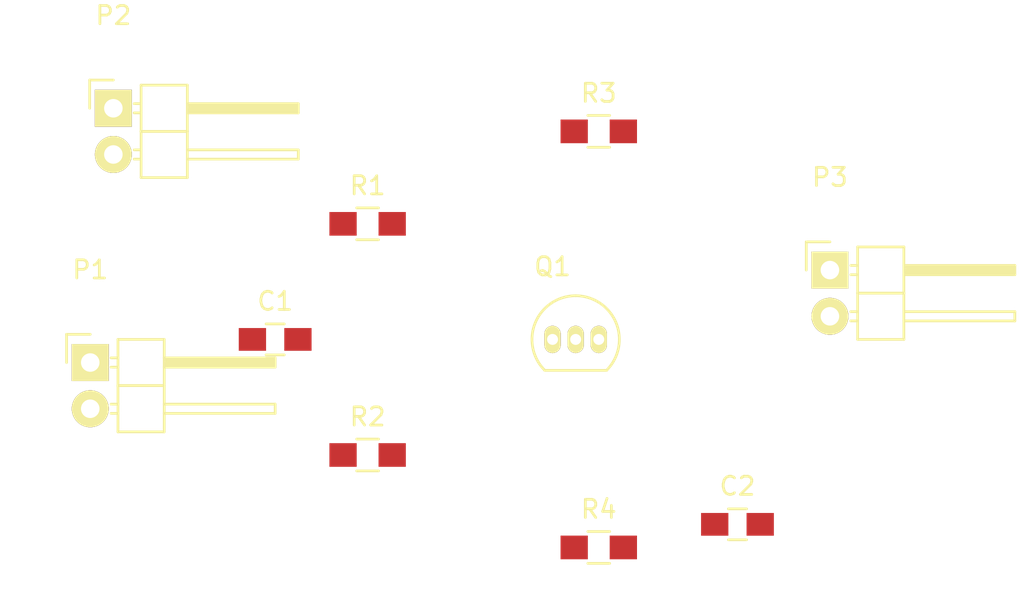
<source format=kicad_pcb>
(kicad_pcb (version 4) (host pcbnew "(2014-jul-16 BZR unknown)-product")

  (general
    (links 0)
    (no_connects 7)
    (area 0 0 0 0)
    (thickness 1.6)
    (drawings 0)
    (tracks 0)
    (zones 0)
    (modules 10)
    (nets 7)
  )

  (page A4)
  (layers
    (0 F.Cu signal)
    (31 B.Cu signal)
    (32 B.Adhes user)
    (33 F.Adhes user)
    (34 B.Paste user)
    (35 F.Paste user)
    (36 B.SilkS user)
    (37 F.SilkS user)
    (38 B.Mask user)
    (39 F.Mask user)
    (40 Dwgs.User user)
    (41 Cmts.User user)
    (42 Eco1.User user)
    (43 Eco2.User user)
    (44 Edge.Cuts user)
    (45 Margin user)
    (46 B.CrtYd user)
    (47 F.CrtYd user)
    (48 B.Fab user)
    (49 F.Fab user)
  )

  (setup
    (last_trace_width 0.254)
    (trace_clearance 0.254)
    (zone_clearance 0.508)
    (zone_45_only no)
    (trace_min 0.254)
    (segment_width 0.2)
    (edge_width 0.15)
    (via_size 0.889)
    (via_drill 0.635)
    (via_min_size 0.889)
    (via_min_drill 0.508)
    (uvia_size 0.508)
    (uvia_drill 0.127)
    (uvias_allowed no)
    (uvia_min_size 0.508)
    (uvia_min_drill 0.127)
    (pcb_text_width 0.3)
    (pcb_text_size 1 1)
    (mod_edge_width 0.15)
    (mod_text_size 1 1)
    (mod_text_width 0.15)
    (pad_size 1 1)
    (pad_drill 0.6)
    (pad_to_mask_clearance 0)
    (aux_axis_origin 0 0)
    (visible_elements 7FFFFFFF)
    (pcbplotparams
      (layerselection 0x00030_80000001)
      (usegerberextensions false)
      (excludeedgelayer true)
      (linewidth 0.100000)
      (plotframeref false)
      (viasonmask false)
      (mode 1)
      (useauxorigin false)
      (hpglpennumber 1)
      (hpglpenspeed 20)
      (hpglpendiameter 15)
      (hpglpenoverlay 2)
      (psnegative false)
      (psa4output false)
      (plotreference true)
      (plotvalue true)
      (plotinvisibletext false)
      (padsonsilk false)
      (subtractmaskfromsilk false)
      (outputformat 1)
      (mirror false)
      (drillshape 1)
      (scaleselection 1)
      (outputdirectory ""))
  )

  (net 0 "")
  (net 1 "Net-(C1-Pad1)")
  (net 2 "Net-(C1-Pad2)")
  (net 3 "Net-(C2-Pad1)")
  (net 4 GND)
  (net 5 +5V)
  (net 6 "Net-(P3-Pad2)")

  (net_class Default "This is the default net class."
    (clearance 0.254)
    (trace_width 0.254)
    (via_dia 0.889)
    (via_drill 0.635)
    (uvia_dia 0.508)
    (uvia_drill 0.127)
  )

  (module Capacitors_SMD:C_0805_HandSoldering (layer F.Cu) (tedit 541A9B8D) (tstamp 55E8A80B)
    (at 109.22 83.82)
    (descr "Capacitor SMD 0805, hand soldering")
    (tags "capacitor 0805")
    (path /55E8AB48)
    (attr smd)
    (fp_text reference C1 (at 0 -2.1) (layer F.SilkS)
      (effects (font (size 1 1) (thickness 0.15)))
    )
    (fp_text value .1u (at 0 2.1) (layer F.Fab)
      (effects (font (size 1 1) (thickness 0.15)))
    )
    (fp_line (start -2.3 -1) (end 2.3 -1) (layer F.CrtYd) (width 0.05))
    (fp_line (start -2.3 1) (end 2.3 1) (layer F.CrtYd) (width 0.05))
    (fp_line (start -2.3 -1) (end -2.3 1) (layer F.CrtYd) (width 0.05))
    (fp_line (start 2.3 -1) (end 2.3 1) (layer F.CrtYd) (width 0.05))
    (fp_line (start 0.5 -0.85) (end -0.5 -0.85) (layer F.SilkS) (width 0.15))
    (fp_line (start -0.5 0.85) (end 0.5 0.85) (layer F.SilkS) (width 0.15))
    (pad 1 smd rect (at -1.25 0) (size 1.5 1.25) (layers F.Cu F.Paste F.Mask)
      (net 1 "Net-(C1-Pad1)"))
    (pad 2 smd rect (at 1.25 0) (size 1.5 1.25) (layers F.Cu F.Paste F.Mask)
      (net 2 "Net-(C1-Pad2)"))
    (model Capacitors_SMD.3dshapes/C_0805_HandSoldering.wrl
      (at (xyz 0 0 0))
      (scale (xyz 1 1 1))
      (rotate (xyz 0 0 0))
    )
  )

  (module Capacitors_SMD:C_0805_HandSoldering (layer F.Cu) (tedit 541A9B8D) (tstamp 55E8A811)
    (at 134.62 93.98)
    (descr "Capacitor SMD 0805, hand soldering")
    (tags "capacitor 0805")
    (path /55E8A95D)
    (attr smd)
    (fp_text reference C2 (at 0 -2.1) (layer F.SilkS)
      (effects (font (size 1 1) (thickness 0.15)))
    )
    (fp_text value .1u (at 0 2.1) (layer F.Fab)
      (effects (font (size 1 1) (thickness 0.15)))
    )
    (fp_line (start -2.3 -1) (end 2.3 -1) (layer F.CrtYd) (width 0.05))
    (fp_line (start -2.3 1) (end 2.3 1) (layer F.CrtYd) (width 0.05))
    (fp_line (start -2.3 -1) (end -2.3 1) (layer F.CrtYd) (width 0.05))
    (fp_line (start 2.3 -1) (end 2.3 1) (layer F.CrtYd) (width 0.05))
    (fp_line (start 0.5 -0.85) (end -0.5 -0.85) (layer F.SilkS) (width 0.15))
    (fp_line (start -0.5 0.85) (end 0.5 0.85) (layer F.SilkS) (width 0.15))
    (pad 1 smd rect (at -1.25 0) (size 1.5 1.25) (layers F.Cu F.Paste F.Mask)
      (net 3 "Net-(C2-Pad1)"))
    (pad 2 smd rect (at 1.25 0) (size 1.5 1.25) (layers F.Cu F.Paste F.Mask)
      (net 4 GND))
    (model Capacitors_SMD.3dshapes/C_0805_HandSoldering.wrl
      (at (xyz 0 0 0))
      (scale (xyz 1 1 1))
      (rotate (xyz 0 0 0))
    )
  )

  (module Pin_Headers:Pin_Header_Angled_1x02 (layer F.Cu) (tedit 55E8A7E8) (tstamp 55E8A817)
    (at 99.06 85.09)
    (descr "Through hole pin header")
    (tags "pin header")
    (path /55E8ABB6)
    (fp_text reference P1 (at 0 -5.1) (layer F.SilkS)
      (effects (font (size 1 1) (thickness 0.15)))
    )
    (fp_text value CONN_01X02 (at 0 -3.1) (layer F.Fab)
      (effects (font (size 1 1) (thickness 0.15)))
    )
    (fp_line (start -1.5 -1.75) (end -1.5 4.3) (layer F.CrtYd) (width 0.05))
    (fp_line (start 10.65 -1.75) (end 10.65 4.3) (layer F.CrtYd) (width 0.05))
    (fp_line (start -1.5 -1.75) (end 10.65 -1.75) (layer F.CrtYd) (width 0.05))
    (fp_line (start -1.5 4.3) (end 10.65 4.3) (layer F.CrtYd) (width 0.05))
    (fp_line (start -1.3 -1.55) (end -1.3 0) (layer F.SilkS) (width 0.15))
    (fp_line (start 0 -1.55) (end -1.3 -1.55) (layer F.SilkS) (width 0.15))
    (fp_line (start 4.191 -0.127) (end 10.033 -0.127) (layer F.SilkS) (width 0.15))
    (fp_line (start 10.033 -0.127) (end 10.033 0.127) (layer F.SilkS) (width 0.15))
    (fp_line (start 10.033 0.127) (end 4.191 0.127) (layer F.SilkS) (width 0.15))
    (fp_line (start 4.191 0.127) (end 4.191 0) (layer F.SilkS) (width 0.15))
    (fp_line (start 4.191 0) (end 10.033 0) (layer F.SilkS) (width 0.15))
    (fp_line (start 1.524 -0.254) (end 1.143 -0.254) (layer F.SilkS) (width 0.15))
    (fp_line (start 1.524 0.254) (end 1.143 0.254) (layer F.SilkS) (width 0.15))
    (fp_line (start 1.524 2.286) (end 1.143 2.286) (layer F.SilkS) (width 0.15))
    (fp_line (start 1.524 2.794) (end 1.143 2.794) (layer F.SilkS) (width 0.15))
    (fp_line (start 1.524 -1.27) (end 4.064 -1.27) (layer F.SilkS) (width 0.15))
    (fp_line (start 1.524 1.27) (end 4.064 1.27) (layer F.SilkS) (width 0.15))
    (fp_line (start 1.524 1.27) (end 1.524 3.81) (layer F.SilkS) (width 0.15))
    (fp_line (start 1.524 3.81) (end 4.064 3.81) (layer F.SilkS) (width 0.15))
    (fp_line (start 4.064 2.286) (end 10.16 2.286) (layer F.SilkS) (width 0.15))
    (fp_line (start 10.16 2.286) (end 10.16 2.794) (layer F.SilkS) (width 0.15))
    (fp_line (start 10.16 2.794) (end 4.064 2.794) (layer F.SilkS) (width 0.15))
    (fp_line (start 4.064 3.81) (end 4.064 1.27) (layer F.SilkS) (width 0.15))
    (fp_line (start 4.064 1.27) (end 4.064 -1.27) (layer F.SilkS) (width 0.15))
    (fp_line (start 10.16 0.254) (end 4.064 0.254) (layer F.SilkS) (width 0.15))
    (fp_line (start 10.16 -0.254) (end 10.16 0.254) (layer F.SilkS) (width 0.15))
    (fp_line (start 4.064 -0.254) (end 10.16 -0.254) (layer F.SilkS) (width 0.15))
    (fp_line (start 1.524 1.27) (end 4.064 1.27) (layer F.SilkS) (width 0.15))
    (fp_line (start 1.524 -1.27) (end 1.524 1.27) (layer F.SilkS) (width 0.15))
    (pad 1 thru_hole rect (at 0 0) (size 2.032 2.032) (drill 1.016) (layers *.Cu *.Mask F.SilkS)
      (net 4 GND))
    (pad 2 thru_hole oval (at 0 2.54) (size 2.032 2.032) (drill 1.016) (layers *.Cu *.Mask F.SilkS)
      (net 2 "Net-(C1-Pad2)"))
    (model Pin_Headers.3dshapes/Pin_Header_Angled_1x02.wrl
      (at (xyz 0 -0.05 0))
      (scale (xyz 1 1 1))
      (rotate (xyz 0 0 90))
    )
  )

  (module Pin_Headers:Pin_Header_Angled_1x02 (layer F.Cu) (tedit 55E8A7E8) (tstamp 55E8A81D)
    (at 100.33 71.12)
    (descr "Through hole pin header")
    (tags "pin header")
    (path /55E8AEE4)
    (fp_text reference P2 (at 0 -5.1) (layer F.SilkS)
      (effects (font (size 1 1) (thickness 0.15)))
    )
    (fp_text value CONN_01X02 (at 0 -3.1) (layer F.Fab)
      (effects (font (size 1 1) (thickness 0.15)))
    )
    (fp_line (start -1.5 -1.75) (end -1.5 4.3) (layer F.CrtYd) (width 0.05))
    (fp_line (start 10.65 -1.75) (end 10.65 4.3) (layer F.CrtYd) (width 0.05))
    (fp_line (start -1.5 -1.75) (end 10.65 -1.75) (layer F.CrtYd) (width 0.05))
    (fp_line (start -1.5 4.3) (end 10.65 4.3) (layer F.CrtYd) (width 0.05))
    (fp_line (start -1.3 -1.55) (end -1.3 0) (layer F.SilkS) (width 0.15))
    (fp_line (start 0 -1.55) (end -1.3 -1.55) (layer F.SilkS) (width 0.15))
    (fp_line (start 4.191 -0.127) (end 10.033 -0.127) (layer F.SilkS) (width 0.15))
    (fp_line (start 10.033 -0.127) (end 10.033 0.127) (layer F.SilkS) (width 0.15))
    (fp_line (start 10.033 0.127) (end 4.191 0.127) (layer F.SilkS) (width 0.15))
    (fp_line (start 4.191 0.127) (end 4.191 0) (layer F.SilkS) (width 0.15))
    (fp_line (start 4.191 0) (end 10.033 0) (layer F.SilkS) (width 0.15))
    (fp_line (start 1.524 -0.254) (end 1.143 -0.254) (layer F.SilkS) (width 0.15))
    (fp_line (start 1.524 0.254) (end 1.143 0.254) (layer F.SilkS) (width 0.15))
    (fp_line (start 1.524 2.286) (end 1.143 2.286) (layer F.SilkS) (width 0.15))
    (fp_line (start 1.524 2.794) (end 1.143 2.794) (layer F.SilkS) (width 0.15))
    (fp_line (start 1.524 -1.27) (end 4.064 -1.27) (layer F.SilkS) (width 0.15))
    (fp_line (start 1.524 1.27) (end 4.064 1.27) (layer F.SilkS) (width 0.15))
    (fp_line (start 1.524 1.27) (end 1.524 3.81) (layer F.SilkS) (width 0.15))
    (fp_line (start 1.524 3.81) (end 4.064 3.81) (layer F.SilkS) (width 0.15))
    (fp_line (start 4.064 2.286) (end 10.16 2.286) (layer F.SilkS) (width 0.15))
    (fp_line (start 10.16 2.286) (end 10.16 2.794) (layer F.SilkS) (width 0.15))
    (fp_line (start 10.16 2.794) (end 4.064 2.794) (layer F.SilkS) (width 0.15))
    (fp_line (start 4.064 3.81) (end 4.064 1.27) (layer F.SilkS) (width 0.15))
    (fp_line (start 4.064 1.27) (end 4.064 -1.27) (layer F.SilkS) (width 0.15))
    (fp_line (start 10.16 0.254) (end 4.064 0.254) (layer F.SilkS) (width 0.15))
    (fp_line (start 10.16 -0.254) (end 10.16 0.254) (layer F.SilkS) (width 0.15))
    (fp_line (start 4.064 -0.254) (end 10.16 -0.254) (layer F.SilkS) (width 0.15))
    (fp_line (start 1.524 1.27) (end 4.064 1.27) (layer F.SilkS) (width 0.15))
    (fp_line (start 1.524 -1.27) (end 1.524 1.27) (layer F.SilkS) (width 0.15))
    (pad 1 thru_hole rect (at 0 0) (size 2.032 2.032) (drill 1.016) (layers *.Cu *.Mask F.SilkS)
      (net 4 GND))
    (pad 2 thru_hole oval (at 0 2.54) (size 2.032 2.032) (drill 1.016) (layers *.Cu *.Mask F.SilkS)
      (net 5 +5V))
    (model Pin_Headers.3dshapes/Pin_Header_Angled_1x02.wrl
      (at (xyz 0 -0.05 0))
      (scale (xyz 1 1 1))
      (rotate (xyz 0 0 90))
    )
  )

  (module Pin_Headers:Pin_Header_Angled_1x02 (layer F.Cu) (tedit 55E8A7E8) (tstamp 55E8A823)
    (at 139.7 80.01)
    (descr "Through hole pin header")
    (tags "pin header")
    (path /55E8AD48)
    (fp_text reference P3 (at 0 -5.1) (layer F.SilkS)
      (effects (font (size 1 1) (thickness 0.15)))
    )
    (fp_text value CONN_01X02 (at 0 -3.1) (layer F.Fab)
      (effects (font (size 1 1) (thickness 0.15)))
    )
    (fp_line (start -1.5 -1.75) (end -1.5 4.3) (layer F.CrtYd) (width 0.05))
    (fp_line (start 10.65 -1.75) (end 10.65 4.3) (layer F.CrtYd) (width 0.05))
    (fp_line (start -1.5 -1.75) (end 10.65 -1.75) (layer F.CrtYd) (width 0.05))
    (fp_line (start -1.5 4.3) (end 10.65 4.3) (layer F.CrtYd) (width 0.05))
    (fp_line (start -1.3 -1.55) (end -1.3 0) (layer F.SilkS) (width 0.15))
    (fp_line (start 0 -1.55) (end -1.3 -1.55) (layer F.SilkS) (width 0.15))
    (fp_line (start 4.191 -0.127) (end 10.033 -0.127) (layer F.SilkS) (width 0.15))
    (fp_line (start 10.033 -0.127) (end 10.033 0.127) (layer F.SilkS) (width 0.15))
    (fp_line (start 10.033 0.127) (end 4.191 0.127) (layer F.SilkS) (width 0.15))
    (fp_line (start 4.191 0.127) (end 4.191 0) (layer F.SilkS) (width 0.15))
    (fp_line (start 4.191 0) (end 10.033 0) (layer F.SilkS) (width 0.15))
    (fp_line (start 1.524 -0.254) (end 1.143 -0.254) (layer F.SilkS) (width 0.15))
    (fp_line (start 1.524 0.254) (end 1.143 0.254) (layer F.SilkS) (width 0.15))
    (fp_line (start 1.524 2.286) (end 1.143 2.286) (layer F.SilkS) (width 0.15))
    (fp_line (start 1.524 2.794) (end 1.143 2.794) (layer F.SilkS) (width 0.15))
    (fp_line (start 1.524 -1.27) (end 4.064 -1.27) (layer F.SilkS) (width 0.15))
    (fp_line (start 1.524 1.27) (end 4.064 1.27) (layer F.SilkS) (width 0.15))
    (fp_line (start 1.524 1.27) (end 1.524 3.81) (layer F.SilkS) (width 0.15))
    (fp_line (start 1.524 3.81) (end 4.064 3.81) (layer F.SilkS) (width 0.15))
    (fp_line (start 4.064 2.286) (end 10.16 2.286) (layer F.SilkS) (width 0.15))
    (fp_line (start 10.16 2.286) (end 10.16 2.794) (layer F.SilkS) (width 0.15))
    (fp_line (start 10.16 2.794) (end 4.064 2.794) (layer F.SilkS) (width 0.15))
    (fp_line (start 4.064 3.81) (end 4.064 1.27) (layer F.SilkS) (width 0.15))
    (fp_line (start 4.064 1.27) (end 4.064 -1.27) (layer F.SilkS) (width 0.15))
    (fp_line (start 10.16 0.254) (end 4.064 0.254) (layer F.SilkS) (width 0.15))
    (fp_line (start 10.16 -0.254) (end 10.16 0.254) (layer F.SilkS) (width 0.15))
    (fp_line (start 4.064 -0.254) (end 10.16 -0.254) (layer F.SilkS) (width 0.15))
    (fp_line (start 1.524 1.27) (end 4.064 1.27) (layer F.SilkS) (width 0.15))
    (fp_line (start 1.524 -1.27) (end 1.524 1.27) (layer F.SilkS) (width 0.15))
    (pad 1 thru_hole rect (at 0 0) (size 2.032 2.032) (drill 1.016) (layers *.Cu *.Mask F.SilkS)
      (net 4 GND))
    (pad 2 thru_hole oval (at 0 2.54) (size 2.032 2.032) (drill 1.016) (layers *.Cu *.Mask F.SilkS)
      (net 6 "Net-(P3-Pad2)"))
    (model Pin_Headers.3dshapes/Pin_Header_Angled_1x02.wrl
      (at (xyz 0 -0.05 0))
      (scale (xyz 1 1 1))
      (rotate (xyz 0 0 90))
    )
  )

  (module Housings_TO-92:TO-92_Inline_Narrow_Oval (layer F.Cu) (tedit 54F24281) (tstamp 55E8A82A)
    (at 124.46 83.82)
    (descr "TO-92 leads in-line, narrow, oval pads, drill 0.6mm (see NXP sot054_po.pdf)")
    (tags "to-92 sc-43 sc-43a sot54 PA33 transistor")
    (path /55E8A903)
    (fp_text reference Q1 (at 0 -4) (layer F.SilkS)
      (effects (font (size 1 1) (thickness 0.15)))
    )
    (fp_text value BC547 (at 0 3) (layer F.Fab)
      (effects (font (size 1 1) (thickness 0.15)))
    )
    (fp_line (start -1.4 1.95) (end -1.4 -2.65) (layer F.CrtYd) (width 0.05))
    (fp_line (start -1.4 1.95) (end 3.95 1.95) (layer F.CrtYd) (width 0.05))
    (fp_line (start -0.43 1.7) (end 2.97 1.7) (layer F.SilkS) (width 0.15))
    (fp_arc (start 1.27 0) (end 1.27 -2.4) (angle -135) (layer F.SilkS) (width 0.15))
    (fp_arc (start 1.27 0) (end 1.27 -2.4) (angle 135) (layer F.SilkS) (width 0.15))
    (fp_line (start -1.4 -2.65) (end 3.95 -2.65) (layer F.CrtYd) (width 0.05))
    (fp_line (start 3.95 1.95) (end 3.95 -2.65) (layer F.CrtYd) (width 0.05))
    (pad 2 thru_hole oval (at 1.27 0 180) (size 0.89916 1.50114) (drill 0.6) (layers *.Cu *.Mask F.SilkS)
      (net 1 "Net-(C1-Pad1)"))
    (pad 3 thru_hole oval (at 2.54 0 180) (size 0.89916 1.50114) (drill 0.6) (layers *.Cu *.Mask F.SilkS)
      (net 3 "Net-(C2-Pad1)"))
    (pad 1 thru_hole oval (at 0 0 180) (size 0.89916 1.50114) (drill 0.6) (layers *.Cu *.Mask F.SilkS)
      (net 6 "Net-(P3-Pad2)"))
    (model Housings_TO-92.3dshapes/TO-92_Inline_Narrow_Oval.wrl
      (at (xyz 0.05 0 0))
      (scale (xyz 1 1 1))
      (rotate (xyz 0 0 -90))
    )
  )

  (module Resistors_SMD:R_0805_HandSoldering (layer F.Cu) (tedit 54189DEE) (tstamp 55E8A830)
    (at 114.3 77.47)
    (descr "Resistor SMD 0805, hand soldering")
    (tags "resistor 0805")
    (path /55E8A7F0)
    (attr smd)
    (fp_text reference R1 (at 0 -2.1) (layer F.SilkS)
      (effects (font (size 1 1) (thickness 0.15)))
    )
    (fp_text value 10k (at 0 2.1) (layer F.Fab)
      (effects (font (size 1 1) (thickness 0.15)))
    )
    (fp_line (start -2.4 -1) (end 2.4 -1) (layer F.CrtYd) (width 0.05))
    (fp_line (start -2.4 1) (end 2.4 1) (layer F.CrtYd) (width 0.05))
    (fp_line (start -2.4 -1) (end -2.4 1) (layer F.CrtYd) (width 0.05))
    (fp_line (start 2.4 -1) (end 2.4 1) (layer F.CrtYd) (width 0.05))
    (fp_line (start 0.6 0.875) (end -0.6 0.875) (layer F.SilkS) (width 0.15))
    (fp_line (start -0.6 -0.875) (end 0.6 -0.875) (layer F.SilkS) (width 0.15))
    (pad 1 smd rect (at -1.35 0) (size 1.5 1.3) (layers F.Cu F.Paste F.Mask)
      (net 5 +5V))
    (pad 2 smd rect (at 1.35 0) (size 1.5 1.3) (layers F.Cu F.Paste F.Mask)
      (net 1 "Net-(C1-Pad1)"))
    (model Resistors_SMD.3dshapes/R_0805_HandSoldering.wrl
      (at (xyz 0 0 0))
      (scale (xyz 1 1 1))
      (rotate (xyz 0 0 0))
    )
  )

  (module Resistors_SMD:R_0805_HandSoldering (layer F.Cu) (tedit 54189DEE) (tstamp 55E8A836)
    (at 114.3 90.17)
    (descr "Resistor SMD 0805, hand soldering")
    (tags "resistor 0805")
    (path /55E8A87F)
    (attr smd)
    (fp_text reference R2 (at 0 -2.1) (layer F.SilkS)
      (effects (font (size 1 1) (thickness 0.15)))
    )
    (fp_text value 10k (at 0 2.1) (layer F.Fab)
      (effects (font (size 1 1) (thickness 0.15)))
    )
    (fp_line (start -2.4 -1) (end 2.4 -1) (layer F.CrtYd) (width 0.05))
    (fp_line (start -2.4 1) (end 2.4 1) (layer F.CrtYd) (width 0.05))
    (fp_line (start -2.4 -1) (end -2.4 1) (layer F.CrtYd) (width 0.05))
    (fp_line (start 2.4 -1) (end 2.4 1) (layer F.CrtYd) (width 0.05))
    (fp_line (start 0.6 0.875) (end -0.6 0.875) (layer F.SilkS) (width 0.15))
    (fp_line (start -0.6 -0.875) (end 0.6 -0.875) (layer F.SilkS) (width 0.15))
    (pad 1 smd rect (at -1.35 0) (size 1.5 1.3) (layers F.Cu F.Paste F.Mask)
      (net 1 "Net-(C1-Pad1)"))
    (pad 2 smd rect (at 1.35 0) (size 1.5 1.3) (layers F.Cu F.Paste F.Mask)
      (net 4 GND))
    (model Resistors_SMD.3dshapes/R_0805_HandSoldering.wrl
      (at (xyz 0 0 0))
      (scale (xyz 1 1 1))
      (rotate (xyz 0 0 0))
    )
  )

  (module Resistors_SMD:R_0805_HandSoldering (layer F.Cu) (tedit 54189DEE) (tstamp 55E8A83C)
    (at 127 72.39)
    (descr "Resistor SMD 0805, hand soldering")
    (tags "resistor 0805")
    (path /55E8AA16)
    (attr smd)
    (fp_text reference R3 (at 0 -2.1) (layer F.SilkS)
      (effects (font (size 1 1) (thickness 0.15)))
    )
    (fp_text value 200 (at 0 2.1) (layer F.Fab)
      (effects (font (size 1 1) (thickness 0.15)))
    )
    (fp_line (start -2.4 -1) (end 2.4 -1) (layer F.CrtYd) (width 0.05))
    (fp_line (start -2.4 1) (end 2.4 1) (layer F.CrtYd) (width 0.05))
    (fp_line (start -2.4 -1) (end -2.4 1) (layer F.CrtYd) (width 0.05))
    (fp_line (start 2.4 -1) (end 2.4 1) (layer F.CrtYd) (width 0.05))
    (fp_line (start 0.6 0.875) (end -0.6 0.875) (layer F.SilkS) (width 0.15))
    (fp_line (start -0.6 -0.875) (end 0.6 -0.875) (layer F.SilkS) (width 0.15))
    (pad 1 smd rect (at -1.35 0) (size 1.5 1.3) (layers F.Cu F.Paste F.Mask)
      (net 5 +5V))
    (pad 2 smd rect (at 1.35 0) (size 1.5 1.3) (layers F.Cu F.Paste F.Mask)
      (net 6 "Net-(P3-Pad2)"))
    (model Resistors_SMD.3dshapes/R_0805_HandSoldering.wrl
      (at (xyz 0 0 0))
      (scale (xyz 1 1 1))
      (rotate (xyz 0 0 0))
    )
  )

  (module Resistors_SMD:R_0805_HandSoldering (layer F.Cu) (tedit 54189DEE) (tstamp 55E8A842)
    (at 127 95.25)
    (descr "Resistor SMD 0805, hand soldering")
    (tags "resistor 0805")
    (path /55E8A92B)
    (attr smd)
    (fp_text reference R4 (at 0 -2.1) (layer F.SilkS)
      (effects (font (size 1 1) (thickness 0.15)))
    )
    (fp_text value 1k (at 0 2.1) (layer F.Fab)
      (effects (font (size 1 1) (thickness 0.15)))
    )
    (fp_line (start -2.4 -1) (end 2.4 -1) (layer F.CrtYd) (width 0.05))
    (fp_line (start -2.4 1) (end 2.4 1) (layer F.CrtYd) (width 0.05))
    (fp_line (start -2.4 -1) (end -2.4 1) (layer F.CrtYd) (width 0.05))
    (fp_line (start 2.4 -1) (end 2.4 1) (layer F.CrtYd) (width 0.05))
    (fp_line (start 0.6 0.875) (end -0.6 0.875) (layer F.SilkS) (width 0.15))
    (fp_line (start -0.6 -0.875) (end 0.6 -0.875) (layer F.SilkS) (width 0.15))
    (pad 1 smd rect (at -1.35 0) (size 1.5 1.3) (layers F.Cu F.Paste F.Mask)
      (net 3 "Net-(C2-Pad1)"))
    (pad 2 smd rect (at 1.35 0) (size 1.5 1.3) (layers F.Cu F.Paste F.Mask)
      (net 4 GND))
    (model Resistors_SMD.3dshapes/R_0805_HandSoldering.wrl
      (at (xyz 0 0 0))
      (scale (xyz 1 1 1))
      (rotate (xyz 0 0 0))
    )
  )

)

</source>
